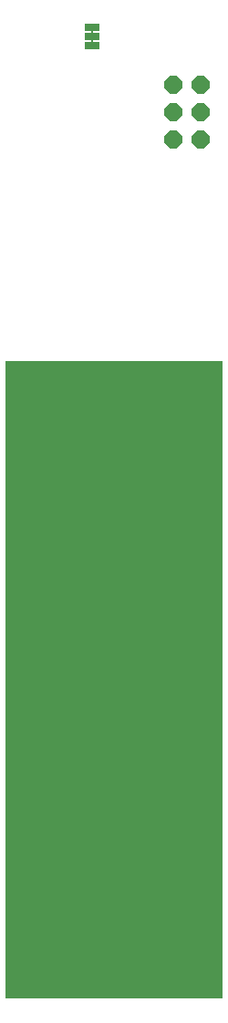
<source format=gbr>
G04 EAGLE Gerber RS-274X export*
G75*
%MOMM*%
%FSLAX34Y34*%
%LPD*%
%AMOC8*
5,1,8,0,0,1.08239X$1,22.5*%
G01*
%ADD10P,1.787675X8X292.500000*%
%ADD11R,1.371600X0.736600*%
%ADD12C,0.203200*%
%ADD13C,1.320800*%

G36*
X200102Y-873D02*
X200102Y-873D01*
X200204Y-865D01*
X200232Y-853D01*
X200263Y-848D01*
X200355Y-804D01*
X200451Y-766D01*
X200474Y-746D01*
X200502Y-733D01*
X200577Y-663D01*
X200657Y-598D01*
X200674Y-572D01*
X200696Y-551D01*
X200747Y-462D01*
X200804Y-377D01*
X200810Y-353D01*
X200828Y-321D01*
X200886Y-61D01*
X200883Y-23D01*
X200888Y0D01*
X200888Y590000D01*
X200873Y590102D01*
X200865Y590204D01*
X200853Y590232D01*
X200848Y590263D01*
X200804Y590355D01*
X200766Y590451D01*
X200746Y590474D01*
X200733Y590502D01*
X200663Y590577D01*
X200598Y590657D01*
X200572Y590674D01*
X200551Y590696D01*
X200462Y590747D01*
X200377Y590804D01*
X200353Y590810D01*
X200321Y590828D01*
X200061Y590886D01*
X200023Y590883D01*
X200000Y590888D01*
X0Y590888D01*
X-102Y590873D01*
X-204Y590865D01*
X-232Y590853D01*
X-263Y590848D01*
X-355Y590804D01*
X-451Y590766D01*
X-474Y590746D01*
X-502Y590733D01*
X-577Y590663D01*
X-657Y590598D01*
X-674Y590572D01*
X-696Y590551D01*
X-747Y590462D01*
X-804Y590377D01*
X-810Y590353D01*
X-828Y590321D01*
X-886Y590061D01*
X-883Y590023D01*
X-888Y590000D01*
X-888Y0D01*
X-873Y-102D01*
X-865Y-204D01*
X-853Y-232D01*
X-848Y-263D01*
X-804Y-355D01*
X-766Y-451D01*
X-746Y-474D01*
X-733Y-502D01*
X-663Y-577D01*
X-598Y-657D01*
X-572Y-674D01*
X-551Y-696D01*
X-462Y-747D01*
X-377Y-804D01*
X-353Y-810D01*
X-321Y-828D01*
X-61Y-886D01*
X-23Y-883D01*
X0Y-888D01*
X200000Y-888D01*
X200102Y-873D01*
G37*
D10*
X154576Y848068D03*
X179976Y848068D03*
X154576Y822668D03*
X179976Y822668D03*
X154576Y797268D03*
X179976Y797268D03*
D11*
X79720Y884448D03*
X79720Y892576D03*
X79720Y900704D03*
D12*
X79720Y901466D02*
X79720Y883940D01*
D13*
X165000Y50000D03*
X180000Y100000D03*
X150000Y100000D03*
X150000Y150000D03*
X150000Y200000D03*
X150000Y250000D03*
X150000Y300000D03*
X150000Y350000D03*
X150000Y400000D03*
X150000Y450000D03*
X150000Y500000D03*
X180000Y150000D03*
X180000Y200000D03*
X180000Y250000D03*
X180000Y300000D03*
X180000Y350000D03*
X180000Y400000D03*
X180000Y450000D03*
X180000Y500000D03*
X35000Y50000D03*
X50000Y100000D03*
X20000Y100000D03*
X20000Y150000D03*
X20000Y200000D03*
X20000Y250000D03*
X20000Y300000D03*
X20000Y350000D03*
X20000Y400000D03*
X20000Y450000D03*
X20000Y500000D03*
X50000Y150000D03*
X50000Y200000D03*
X50000Y250000D03*
X50000Y300000D03*
X50000Y350000D03*
X50000Y400000D03*
X50000Y450000D03*
X50000Y500000D03*
M02*

</source>
